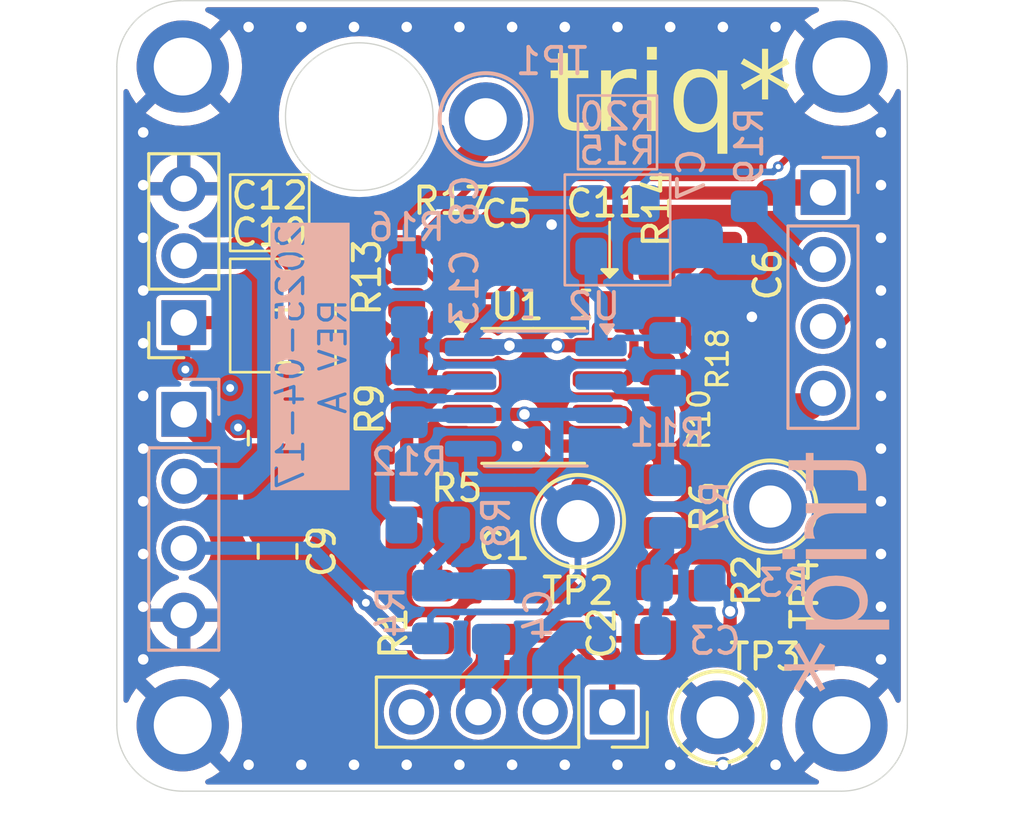
<source format=kicad_pcb>
(kicad_pcb (version 20240108) (generator "pcbnew") (generator_version "8.0")
  (layers (0 "F.Cu" signal) (1 "In1.Cu" power) (2 "In2.Cu" mixed) (31 "B.Cu" signal) (34 "B.Paste" user) (35 "F.Paste" user) (36 "B.SilkS" user "B.Silkscreen") (37 "F.SilkS" user "F.Silkscreen") (38 "B.Mask" user) (39 "F.Mask" user) (44 "Edge.Cuts" user))
  (net 0 "")
  (net 1 "+2V5")
  (net 2 "GND")
  (net 3 "+5VA")
  (net 4 "QPD_2")
  (net 5 "QPD_4")
  (net 6 "QPD_3")
  (net 7 "QPD_1")
  (net 8 "/HPF_1")
  (net 9 "/HPF_4")
  (net 10 "ADC_1")
  (net 11 "0V5")
  (net 12 "/HPF_2")
  (net 13 "/HPF_3")
  (net 14 "/LPF_1")
  (net 15 "/LPF_4")
  (net 16 "ADC_2")
  (net 17 "/LPF_2")
  (net 18 "Net-(R11-Pad2)")
  (net 19 "ADC_4")
  (net 20 "ADC_3")
  (net 21 "/LPF_3")
  (net 22 "Net-(U1A--)")
  (net 23 "Net-(U1B--)")
  (net 24 "Net-(U2A--)")
  (net 25 "+5V")
  (net 26 "Net-(U2B--)")
  (net 27 "Net-(R13-Pad1)")
  (net 28 "Net-(R10-Pad2)")
  (net 29 "Net-(R12-Pad2)")
  (footprint "TestPoint:TestPoint_Keystone_5005-5009_Compact" (layer "F.Cu") (at 99.8 64.2)
    (property "Reference" "TP4" (at 1.3 3.3 90) (layer "F.SilkS"))
    (property "Value" "5V0")
    (pad "1" thru_hole circle (at 0 0) (size 2.8 2.8) (drill 1.6) (layers "*.Cu" "*.Mask") (net 3 "+5VA"))
  )
  (footprint "custom_fp:C_0805_2012Metric_Pad1.18x1.45mm_HandSolder_no_silk" (layer "F.Cu") (at 98 55.4 -90)
    (property "Reference" "C6" (at 0 -1.7 -90) (layer "F.SilkS"))
    (property "Value" "10n")
    (pad "1" smd roundrect (at -1.0375 0 270) (size 1.175 1.45) (layers "F.Cu" "F.Paste" "F.Mask") (roundrect_rratio 0.212766) (net 15 "/LPF_4"))
    (pad "2" smd roundrect (at 1.0375 0 270) (size 1.175 1.45) (layers "F.Cu" "F.Paste" "F.Mask") (roundrect_rratio 0.212766) (net 2 "GND"))
  )
  (footprint "custom_fp:R_0805_2012Metric_Pad1.20x1.40mm_HandSolder_nosilk" (layer "F.Cu") (at 97.25 68.2 90)
    (property "Reference" "R2" (at 1.2 1.65 90) (layer "F.SilkS"))
    (property "Value" "100k")
    (pad "1" smd roundrect (at -1 0 90) (size 1.2 1.4) (layers "F.Cu" "F.Paste" "F.Mask") (roundrect_rratio 0.208333) (net 11 "0V5"))
    (pad "2" smd roundrect (at 1 0 90) (size 1.2 1.4) (layers "F.Cu" "F.Paste" "F.Mask") (roundrect_rratio 0.208333) (net 9 "/HPF_4"))
  )
  (footprint "MountingHole:MountingHole_2.2mm_M2_ISO7380_Pad" (layer "F.Cu") (at 77.5 47.5)
    (property "Reference" "H1" (hide yes))
    (property "Value" "MountingHole_Pad")
    (pad "1" thru_hole circle (at 0 0) (size 3.5 3.5) (drill 2.2) (layers "*.Cu" "*.Mask") (net 2 "GND"))
  )
  (footprint "custom_fp:C_0805_2012Metric_Pad1.18x1.45mm_HandSolder_no_silk" (layer "F.Cu") (at 90.9 54.7)
    (property "Reference" "C5" (at -1.1 -1.6 0) (layer "F.SilkS"))
    (property "Value" "10n")
    (pad "1" smd roundrect (at -1.0375 0) (size 1.175 1.45) (layers "F.Cu" "F.Paste" "F.Mask") (roundrect_rratio 0.212766) (net 14 "/LPF_1"))
    (pad "2" smd roundrect (at 1.0375 0) (size 1.175 1.45) (layers "F.Cu" "F.Paste" "F.Mask") (roundrect_rratio 0.212766) (net 2 "GND"))
  )
  (footprint "Package_SO:SOIC-8_3.9x4.9mm_P1.27mm" (layer "F.Cu") (at 90.8 60)
    (property "Reference" "U1" (at -0.6 -3.4 0) (layer "F.SilkS"))
    (property "Value" "TL072")
    (pad "1" smd roundrect (at -2.475 -1.905) (size 1.95 0.6) (layers "F.Cu" "F.Paste" "F.Mask") (net 27 "Net-(R13-Pad1)"))
    (pad "2" smd roundrect (at -2.475 -0.635) (size 1.95 0.6) (layers "F.Cu" "F.Paste" "F.Mask") (net 22 "Net-(U1A--)"))
    (pad "3" smd roundrect (at -2.475 0.635) (size 1.95 0.6) (layers "F.Cu" "F.Paste" "F.Mask") (net 11 "0V5"))
    (pad "4" smd roundrect (at -2.475 1.905) (size 1.95 0.6) (layers "F.Cu" "F.Paste" "F.Mask") (net 2 "GND"))
    (pad "5" smd roundrect (at 2.475 1.905) (size 1.95 0.6) (layers "F.Cu" "F.Paste" "F.Mask") (net 11 "0V5"))
    (pad "6" smd roundrect (at 2.475 0.635) (size 1.95 0.6) (layers "F.Cu" "F.Paste" "F.Mask") (net 23 "Net-(U1B--)"))
    (pad "7" smd roundrect (at 2.475 -0.635) (size 1.95 0.6) (layers "F.Cu" "F.Paste" "F.Mask") (net 28 "Net-(R10-Pad2)"))
    (pad "8" smd roundrect (at 2.475 -1.905) (size 1.95 0.6) (layers "F.Cu" "F.Paste" "F.Mask") (net 3 "+5VA"))
  )
  (footprint "custom_fp:R_0805_2012Metric_Pad1.20x1.40mm_HandSolder_nosilk" (layer "F.Cu") (at 95.5 56.1 90)
    (property "Reference" "R14" (at 3.2 0 90) (layer "F.SilkS"))
    (property "Value" "330")
    (pad "1" smd roundrect (at -1 0 90) (size 1.2 1.4) (layers "F.Cu" "F.Paste" "F.Mask") (roundrect_rratio 0.208333) (net 28 "Net-(R10-Pad2)"))
    (pad "2" smd roundrect (at 1 0 90) (size 1.2 1.4) (layers "F.Cu" "F.Paste" "F.Mask") (roundrect_rratio 0.208333) (net 15 "/LPF_4"))
  )
  (footprint "custom_fp:R_0805_2012Metric_Pad1.20x1.40mm_HandSolder_nosilk" (layer "F.Cu") (at 86 55.5 90)
    (property "Reference" "R13" (at 0 -1.5 -90) (layer "F.SilkS"))
    (property "Value" "330")
    (pad "1" smd roundrect (at -1 0 90) (size 1.2 1.4) (layers "F.Cu" "F.Paste" "F.Mask") (roundrect_rratio 0.208333) (net 27 "Net-(R13-Pad1)"))
    (pad "2" smd roundrect (at 1 0 90) (size 1.2 1.4) (layers "F.Cu" "F.Paste" "F.Mask") (roundrect_rratio 0.208333) (net 14 "/LPF_1"))
  )
  (footprint "TestPoint:TestPoint_Keystone_5005-5009_Compact" (layer "F.Cu") (at 92.5 64.75)
    (property "Reference" "TP2" (at 0 2.65 0) (layer "F.SilkS"))
    (property "Value" "0V5")
    (pad "1" thru_hole circle (at 0 0) (size 2.8 2.8) (drill 1.6) (layers "*.Cu" "*.Mask") (net 11 "0V5"))
  )
  (footprint "custom_fp:R_0805_2012Metric_Pad1.20x1.40mm_HandSolder_nosilk" (layer "F.Cu") (at 85.9 64.4 90)
    (property "Reference" "R5" (at 0.9 2 180) (layer "F.SilkS"))
    (property "Value" "1k")
    (pad "1" smd roundrect (at -1 0 90) (size 1.2 1.4) (layers "F.Cu" "F.Paste" "F.Mask") (roundrect_rratio 0.208333) (net 8 "/HPF_1"))
    (pad "2" smd roundrect (at 1 0 90) (size 1.2 1.4) (layers "F.Cu" "F.Paste" "F.Mask") (roundrect_rratio 0.208333) (net 22 "Net-(U1A--)"))
  )
  (footprint "Capacitor_SMD:C_0805_2012Metric_Pad1.18x1.45mm_HandSolder" (layer "F.Cu") (at 81.3 56)
    (property "Reference" "C12" (at -0.5 -3.6 180) (layer "F.SilkS"))
    (property "Value" "10u")
    (pad "1" smd roundrect (at -1.0375 0) (size 1.175 1.45) (layers "F.Cu" "F.Paste" "F.Mask") (roundrect_rratio 0.212766) (net 3 "+5VA"))
    (pad "2" smd roundrect (at 1.0375 0) (size 1.175 1.45) (layers "F.Cu" "F.Paste" "F.Mask") (roundrect_rratio 0.212766) (net 2 "GND"))
  )
  (footprint "Capacitor_SMD:C_0603_1608Metric_Pad1.08x0.95mm_HandSolder" (layer "F.Cu") (at 92.8 56.5 180)
    (property "Reference" "C11" (at -0.7 3.8 0) (layer "F.SilkS"))
    (property "Value" "100n")
    (pad "1" smd roundrect (at -0.8625 0 180) (size 1.075 0.95) (layers "F.Cu" "F.Paste" "F.Mask") (net 3 "+5VA"))
    (pad "2" smd roundrect (at 0.8625 0 180) (size 1.075 0.95) (layers "F.Cu" "F.Paste" "F.Mask") (net 2 "GND"))
  )
  (footprint "custom_fp:R_0805_2012Metric_Pad1.20x1.40mm_HandSolder_nosilk" (layer "F.Cu") (at 95.5 60 90)
    (property "Reference" "R10" (at -0.9 1.6 90) (layer "F.SilkS") (effects (font (size 0.8 0.8) (thickness 0.12))))
    (property "Value" "10k")
    (pad "1" smd roundrect (at -1 0 90) (size 1.2 1.4) (layers "F.Cu" "F.Paste" "F.Mask") (roundrect_rratio 0.208333) (net 23 "Net-(U1B--)"))
    (pad "2" smd roundrect (at 1 0 90) (size 1.2 1.4) (layers "F.Cu" "F.Paste" "F.Mask") (roundrect_rratio 0.208333) (net 28 "Net-(R10-Pad2)"))
  )
  (footprint "Connector_PinSocket_2.54mm:PinSocket_1x03_P2.54mm_Vertical" (layer "F.Cu") (at 77.54 57.22 180)
    (property "Reference" "J4" (hide yes))
    (property "Value" "QPD_POWER")
    (pad "1" thru_hole rect (at 0 0 180) (size 1.7 1.7) (drill 1) (layers "*.Cu" "*.Mask") (net 3 "+5VA"))
    (pad "2" thru_hole oval (at 0 2.54 180) (size 1.7 1.7) (drill 1) (layers "*.Cu" "*.Mask") (net 1 "+2V5"))
    (pad "3" thru_hole oval (at 0 5.08 180) (size 1.7 1.7) (drill 1) (layers "*.Cu" "*.Mask") (net 2 "GND"))
  )
  (footprint "MountingHole:MountingHole_2.2mm_M2_ISO7380_Pad" (layer "F.Cu") (at 102.5 47.5)
    (property "Reference" "H2" (hide yes))
    (property "Value" "MountingHole_Pad")
    (pad "1" thru_hole circle (at 0 0) (size 3.5 3.5) (drill 2.2) (layers "*.Cu" "*.Mask") (net 2 "GND"))
  )
  (footprint "custom_fp:R_0805_2012Metric_Pad1.20x1.40mm_HandSolder_nosilk" (layer "F.Cu") (at 87.9 55.2 90)
    (property "Reference" "R17" (at 2.6 -0.2 180) (layer "F.SilkS"))
    (property "Value" "680")
    (pad "1" smd roundrect (at -1 0 90) (size 1.2 1.4) (layers "F.Cu" "F.Paste" "F.Mask") (roundrect_rratio 0.208333) (net 14 "/LPF_1"))
    (pad "2" smd roundrect (at 1 0 90) (size 1.2 1.4) (layers "F.Cu" "F.Paste" "F.Mask") (roundrect_rratio 0.208333) (net 10 "ADC_1"))
  )
  (footprint "MountingHole:MountingHole_2.2mm_M2_ISO7380_Pad" (layer "F.Cu") (at 102.5 72.5)
    (property "Reference" "H4" (hide yes))
    (property "Value" "MountingHole_Pad")
    (pad "1" thru_hole circle (at 0 0) (size 3.5 3.5) (drill 2.2) (layers "*.Cu" "*.Mask") (net 2 "GND"))
  )
  (footprint "custom_fp:C_0805_2012Metric_Pad1.18x1.45mm_HandSolder_no_silk" (layer "F.Cu") (at 95 68.2 90)
    (property "Reference" "C2" (at -0.8 -1.6 90) (layer "F.SilkS"))
    (property "Value" "1u")
    (pad "1" smd roundrect (at -1.0375 0 90) (size 1.175 1.45) (layers "F.Cu" "F.Paste" "F.Mask") (roundrect_rratio 0.212766) (net 5 "QPD_4"))
    (pad "2" smd roundrect (at 1.0375 0 90) (size 1.175 1.45) (layers "F.Cu" "F.Paste" "F.Mask") (roundrect_rratio 0.212766) (net 9 "/HPF_4"))
  )
  (footprint "custom_fp:R_0805_2012Metric_Pad1.20x1.40mm_HandSolder_nosilk" (layer "F.Cu") (at 95.6 64.2 90)
    (property "Reference" "R6" (at 0 1.7 90) (layer "F.SilkS"))
    (property "Value" "1k")
    (pad "1" smd roundrect (at -1 0 90) (size 1.2 1.4) (layers "F.Cu" "F.Paste" "F.Mask") (roundrect_rratio 0.208333) (net 9 "/HPF_4"))
    (pad "2" smd roundrect (at 1 0 90) (size 1.2 1.4) (layers "F.Cu" "F.Paste" "F.Mask") (roundrect_rratio 0.208333) (net 23 "Net-(U1B--)"))
  )
  (footprint "custom_fp:R_0805_2012Metric_Pad1.20x1.40mm_HandSolder_nosilk" (layer "F.Cu") (at 86.1 59.3 90)
    (property "Reference" "R9" (at -1.2 -1.5 90) (layer "F.SilkS"))
    (property "Value" "10k")
    (pad "1" smd roundrect (at -1 0 90) (size 1.2 1.4) (layers "F.Cu" "F.Paste" "F.Mask") (roundrect_rratio 0.208333) (net 22 "Net-(U1A--)"))
    (pad "2" smd roundrect (at 1 0 90) (size 1.2 1.4) (layers "F.Cu" "F.Paste" "F.Mask") (roundrect_rratio 0.208333) (net 27 "Net-(R13-Pad1)"))
  )
  (footprint "Capacitor_SMD:C_0805_2012Metric_Pad1.18x1.45mm_HandSolder" (layer "F.Cu") (at 81.3 58)
    (property "Reference" "C10" (at -0.5 -4.2 180) (layer "F.SilkS"))
    (property "Value" "10u")
    (pad "1" smd roundrect (at -1.0375 0) (size 1.175 1.45) (layers "F.Cu" "F.Paste" "F.Mask") (roundrect_rratio 0.212766) (net 3 "+5VA"))
    (pad "2" smd roundrect (at 1.0375 0) (size 1.175 1.45) (layers "F.Cu" "F.Paste" "F.Mask") (roundrect_rratio 0.212766) (net 2 "GND"))
  )
  (footprint "custom_fp:R_0805_2012Metric_Pad1.20x1.40mm_HandSolder_nosilk" (layer "F.Cu") (at 87.1 68.2 90)
    (property "Reference" "R1" (at -0.8 -1.6 -90) (layer "F.SilkS"))
    (property "Value" "100k")
    (pad "1" smd roundrect (at -1 0 90) (size 1.2 1.4) (layers "F.Cu" "F.Paste" "F.Mask") (roundrect_rratio 0.208333) (net 11 "0V5"))
    (pad "2" smd roundrect (at 1 0 90) (size 1.2 1.4) (layers "F.Cu" "F.Paste" "F.Mask") (roundrect_rratio 0.208333) (net 8 "/HPF_1"))
  )
  (footprint "MountingHole:MountingHole_2.2mm_M2_ISO7380_Pad" (layer "F.Cu") (at 77.5 72.5)
    (property "Reference" "H3" (hide yes))
    (property "Value" "MountingHole_Pad")
    (pad "1" thru_hole circle (at 0 0) (size 3.5 3.5) (drill 2.2) (layers "*.Cu" "*.Mask") (net 2 "GND"))
  )
  (footprint "Inductor_SMD:L_1008_2520Metric_Pad1.43x2.20mm_HandSolder" (layer "F.Cu") (at 81.1 61.6 90)
    (property "Reference" "L1" (at 0 2.1 90) (layer "F.SilkS"))
    (property "Value" "4u7")
    (pad "1" smd roundrect (at -1.1625 0 90) (size 1.425 2.2) (layers "F.Cu" "F.Paste" "F.Mask") (roundrect_rratio 0.175439) (net 25 "+5V"))
    (pad "2" smd roundrect (at 1.1625 0 90) (size 1.425 2.2) (layers "F.Cu" "F.Paste" "F.Mask") (roundrect_rratio 0.175439) (net 3 "+5VA"))
  )
  (footprint "custom_fp:R_0805_2012Metric_Pad1.20x1.40mm_HandSolder_nosilk" (layer "F.Cu") (at 99.3 59.4 -90)
    (property "Reference" "R18" (at -0.8 1.5 -90) (layer "F.SilkS") (effects (font (size 0.8 0.8) (thickness 0.12))))
    (property "Value" "680")
    (pad "1" smd roundrect (at -1 0 270) (size 1.2 1.4) (layers "F.Cu" "F.Paste" "F.Mask") (roundrect_rratio 0.208333) (net 15 "/LPF_4"))
    (pad "2" smd roundrect (at 1 0 270) (size 1.2 1.4) (layers "F.Cu" "F.Paste" "F.Mask") (roundrect_rratio 0.208333) (net 19 "ADC_4"))
  )
  (footprint "Capacitor_SMD:C_0805_2012Metric_Pad1.18x1.45mm_HandSolder" (layer "F.Cu") (at 81.1 65.9 -90)
    (property "Reference" "C9" (at 0 -1.68 90) (layer "F.SilkS"))
    (property "Value" "10u")
    (pad "1" smd roundrect (at -1.0375 0 270) (size 1.175 1.45) (layers "F.Cu" "F.Paste" "F.Mask") (roundrect_rratio 0.212766) (net 25 "+5V"))
    (pad "2" smd roundrect (at 1.0375 0 270) (size 1.175 1.45) (layers "F.Cu" "F.Paste" "F.Mask") (roundrect_rratio 0.212766) (net 2 "GND"))
  )
  (footprint "TestPoint:TestPoint_Keystone_5005-5009_Compact" (layer "F.Cu") (at 97.8 72.2)
    (property "Reference" "TP3" (at 1.8 -2.3 0) (layer "F.SilkS"))
    (property "Value" "GND")
    (pad "1" thru_hole circle (at 0 0) (size 2.8 2.8) (drill 1.6) (layers "*.Cu" "*.Mask") (net 2 "GND"))
  )
  (footprint "custom_fp:C_0805_2012Metric_Pad1.18x1.45mm_HandSolder_no_silk" (layer "F.Cu") (at 89.7 68.2 90)
    (property "Reference" "C1" (at 2.5 0 180) (layer "F.SilkS"))
    (property "Value" "1u")
    (pad "1" smd roundrect (at -1.0375 0 90) (size 1.175 1.45) (layers "F.Cu" "F.Paste" "F.Mask") (roundrect_rratio 0.212766) (net 7 "QPD_1"))
    (pad "2" smd roundrect (at 1.0375 0 90) (size 1.175 1.45) (layers "F.Cu" "F.Paste" "F.Mask") (roundrect_rratio 0.212766) (net 8 "/HPF_1"))
  )
  (footprint "Connector_PinSocket_2.54mm:PinSocket_1x04_P2.54mm_Vertical" (layer "F.Cu") (at 93.8 72 -90)
    (property "Reference" "J3" (hide yes))
    (property "Value" "QPD_SIG")
    (pad "1" thru_hole rect (at 0 0 270) (size 1.7 1.7) (drill 1) (layers "*.Cu" "*.Mask") (net 7 "QPD_1"))
    (pad "2" thru_hole oval (at 0 2.54 270) (size 1.7 1.7) (drill 1) (layers "*.Cu" "*.Mask") (net 4 "QPD_2"))
    (pad "3" thru_hole oval (at 0 5.08 270) (size 1.7 1.7) (drill 1) (layers "*.Cu" "*.Mask") (net 6 "QPD_3"))
    (pad "4" thru_hole oval (at 0 7.62 270) (size 1.7 1.7) (drill 1) (layers "*.Cu" "*.Mask") (net 5 "QPD_4"))
  )
  (footprint "Connector_PinHeader_2.54mm:PinHeader_1x04_P2.54mm_Vertical" (layer "B.Cu") (at 101.8 52.28 180)
    (property "Reference" "J2" (hide yes))
    (property "Value" "SIG_OUT")
    (pad "1" thru_hole rect (at 0 0 180) (size 1.7 1.7) (drill 1) (layers "*.Cu" "*.Mask") (net 10 "ADC_1"))
    (pad "2" thru_hole oval (at 0 -2.54 180) (size 1.7 1.7) (drill 1) (layers "*.Cu" "*.Mask") (net 16 "ADC_2"))
    (pad "3" thru_hole oval (at 0 -5.08 180) (size 1.7 1.7) (drill 1) (layers "*.Cu" "*.Mask") (net 20 "ADC_3"))
    (pad "4" thru_hole oval (at 0 -7.62 180) (size 1.7 1.7) (drill 1) (layers "*.Cu" "*.Mask") (net 19 "ADC_4"))
  )
  (footprint "custom_fp:C_0805_2012Metric_Pad1.18x1.45mm_HandSolder_no_silk" (layer "B.Cu") (at 94.4 69.1)
    (property "Reference" "C3" (at 3.3 0.2 0) (layer "B.SilkS") (effects (justify mirror)))
    (property "Value" "1u")
    (pad "1" smd roundrect (at -1.0375 0) (size 1.175 1.45) (layers "B.Cu" "B.Paste" "B.Mask") (roundrect_rratio 0.212766) (net 4 "QPD_2"))
    (pad "2" smd roundrect (at 1.0375 0) (size 1.175 1.45) (layers "B.Cu" "B.Paste" "B.Mask") (roundrect_rratio 0.212766) (net 12 "/HPF_2"))
  )
  (footprint "custom_fp:C_0805_2012Metric_Pad1.18x1.45mm_HandSolder_no_silk" (layer "B.Cu") (at 89.2 68.2 90)
    (property "Reference" "C4" (at -0.1 1.8 90) (layer "B.SilkS") (effects (justify mirror)))
    (property "Value" "1u")
    (pad "1" smd roundrect (at -1.0375 0 90) (size 1.175 1.45) (layers "B.Cu" "B.Paste" "B.Mask") (roundrect_rratio 0.212766) (net 6 "QPD_3"))
    (pad "2" smd roundrect (at 1.0375 0 90) (size 1.175 1.45) (layers "B.Cu" "B.Paste" "B.Mask") (roundrect_rratio 0.212766) (net 13 "/HPF_3"))
  )
  (footprint "custom_fp:R_0805_2012Metric_Pad1.20x1.40mm_HandSolder_nosilk" (layer "B.Cu") (at 96.5 67.1 180)
    (property "Reference" "R3" (at -3.8 0 180) (layer "B.SilkS") (effects (justify mirror)))
    (property "Value" "100k")
    (pad "1" smd roundrect (at -1 0 180) (size 1.2 1.4) (layers "B.Cu" "B.Paste" "B.Mask") (roundrect_rratio 0.208333) (net 11 "0V5"))
    (pad "2" smd roundrect (at 1 0 180) (size 1.2 1.4) (layers "B.Cu" "B.Paste" "B.Mask") (roundrect_rratio 0.208333) (net 12 "/HPF_2"))
  )
  (footprint "custom_fp:C_0805_2012Metric_Pad1.18x1.45mm_HandSolder_no_silk" (layer "B.Cu") (at 96.9 54.9 -90)
    (property "Reference" "C7" (at -3.3 0.1 -90) (layer "B.SilkS") (effects (justify mirror)))
    (property "Value" "10n")
    (pad "1" smd roundrect (at -1.0375 0 270) (size 1.175 1.45) (layers "B.Cu" "B.Paste" "B.Mask") (roundrect_rratio 0.212766) (net 17 "/LPF_2"))
    (pad "2" smd roundrect (at 1.0375 0 270) (size 1.175 1.45) (layers "B.Cu" "B.Paste" "B.Mask") (roundrect_rratio 0.212766) (net 2 "GND"))
  )
  (footprint "TestPoint:TestPoint_Keystone_5005-5009_Compact" (layer "B.Cu") (at 89 49.5 180)
    (property "Reference" "TP1" (at -2.5 2.2 180) (layer "B.SilkS") (effects (justify mirror)))
    (property "Value" "2V5")
    (pad "1" thru_hole circle (at 0 0 180) (size 2.8 2.8) (drill 1.6) (layers "*.Cu" "*.Mask") (net 1 "+2V5"))
  )
  (footprint "custom_fp:R_0805_2012Metric_Pad1.20x1.40mm_HandSolder_nosilk" (layer "B.Cu") (at 86.1 56.2 90)
    (property "Reference" "R16" (at 2.6 -0.1 180) (layer "B.SilkS") (effects (justify mirror)))
    (property "Value" "330")
    (pad "1" smd roundrect (at -1 0 90) (size 1.2 1.4) (layers "B.Cu" "B.Paste" "B.Mask") (roundrect_rratio 0.208333) (net 29 "Net-(R12-Pad2)"))
    (pad "2" smd roundrect (at 1 0 90) (size 1.2 1.4) (layers "B.Cu" "B.Paste" "B.Mask") (roundrect_rratio 0.208333) (net 21 "/LPF_3"))
  )
  (footprint "custom_fp:R_0805_2012Metric_Pad1.20x1.40mm_HandSolder_nosilk" (layer "B.Cu") (at 94 54.7)
    (property "Reference" "R15" (at 0 -4 0) (layer "B.SilkS") (effects (justify mirror)))
    (property "Value" "330")
    (pad "1" smd roundrect (at -1 0) (size 1.2 1.4) (layers "B.Cu" "B.Paste" "B.Mask") (roundrect_rratio 0.208333) (net 18 "Net-(R11-Pad2)"))
    (pad "2" smd roundrect (at 1 0) (size 1.2 1.4) (layers "B.Cu" "B.Paste" "B.Mask") (roundrect_rratio 0.208333) (net 17 "/LPF_2"))
  )
  (footprint "custom_fp:R_0805_2012Metric_Pad1.20x1.40mm_HandSolder_nosilk" (layer "B.Cu") (at 86.8 64.9 180)
    (property "Reference" "R8" (at -2.6 0.1 90) (layer "B.SilkS") (effects (justify mirror)))
    (property "Value" "1k")
    (pad "1" smd roundrect (at -1 0 180) (size 1.2 1.4) (layers "B.Cu" "B.Paste" "B.Mask") (roundrect_rratio 0.208333) (net 13 "/HPF_3"))
    (pad "2" smd roundrect (at 1 0 180) (size 1.2 1.4) (layers "B.Cu" "B.Paste" "B.Mask") (roundrect_rratio 0.208333) (net 26 "Net-(U2B--)"))
  )
  (footprint "custom_fp:R_0805_2012Metric_Pad1.20x1.40mm_HandSolder_nosilk" (layer "B.Cu") (at 86.9 68.2 90)
    (property "Reference" "R4" (at 0 -1.5 90) (layer "B.SilkS") (effects (justify mirror)))
    (property "Value" "100k")
    (pad "1" smd roundrect (at -1 0 90) (size 1.2 1.4) (layers "B.Cu" "B.Paste" "B.Mask") (roundrect_rratio 0.208333) (net 11 "0V5"))
    (pad "2" smd roundrect (at 1 0 90) (size 1.2 1.4) (layers "B.Cu" "B.Paste" "B.Mask") (roundrect_rratio 0.208333) (net 13 "/HPF_3"))
  )
  (footprint "Package_SO:SOIC-8_3.9x4.9mm_P1.27mm" (layer "B.Cu") (at 90.9 60.1 180)
    (property "Reference" "U2" (at -2.2 3.5 0) (layer "B.SilkS") (effects (justify mirror)))
    (property "Value" "TL072")
    (pad "1" smd roundrect (at -2.475 1.905 180) (size 1.95 0.6) (layers "B.Cu" "B.Paste" "B.Mask") (net 18 "Net-(R11-Pad2)"))
    (pad "2" smd roundrect (at -2.475 0.635 180) (size 1.95 0.6) (layers "B.Cu" "B.Paste" "B.Mask") (net 24 "Net-(U2A--)"))
    (pad "3" smd roundrect (at -2.475 -0.635 180) (size 1.95 0.6) (layers "B.Cu" "B.Paste" "B.Mask") (net 11 "0V5"))
    (pad "4" smd roundrect (at -2.475 -1.905 180) (size 1.95 0.6) (layers "B.Cu" "B.Paste" "B.Mask") (net 2 "GND"))
    (pad "5" smd roundrect (at 2.475 -1.905 180) (size 1.95 0.6) (layers "B.Cu" "B.Paste" "B.Mask") (net 11 "0V5"))
    (pad "6" smd roundrect (at 2.475 -0.635 180) (size 1.95 0.6) (layers "B.Cu" "B.Paste" "B.Mask") (net 26 "Net-(U2B--)"))
    (pad "7" smd roundrect (at 2.475 0.635 180) (size 1.95 0.6) (layers "B.Cu" "B.Paste" "B.Mask") (net 29 "Net-(R12-Pad2)"))
    (pad "8" smd roundrect (at 2.475 1.905 180) (size 1.95 0.6) (layers "B.Cu" "B.Paste" "B.Mask") (net 3 "+5VA"))
  )
  (footprint "custom_fp:R_0805_2012Metric_Pad1.20x1.40mm_HandSolder_nosilk" (layer "B.Cu") (at 95.9 58.8 90)
    (property "Reference" "R11" (at -2.6 0 0) (layer "B.SilkS") (effects (justify mirror)))
    (property "Value" "10k")
    (pad "1" smd roundrect (at -1 0 90) (size 1.2 1.4) (layers "B.Cu" "B.Paste" "B.Mask") (roundrect_rratio 0.208333) (net 24 "Net-(U2A--)"))
    (pad "2" smd roundrect (at 1 0 90) (size 1.2 1.4) (layers "B.Cu" "B.Paste" "B.Mask") (roundrect_rratio 0.208333) (net 18 "Net-(R11-Pad2)"))
  )
  (footprint "Connector_PinHeader_2.54mm:PinHeader_1x04_P2.54mm_Vertical" (layer "B.Cu") (at 77.54 60.7 180)
    (property "Reference" "J1" (hide yes))
    (property "Value" "PWR_IN")
    (pad "1" thru_hole rect (at 0 0 180) (size 1.7 1.7) (drill 1) (layers "*.Cu" "*.Mask") (net 25 "+5V"))
    (pad "2" thru_hole oval (at 0 -2.54 180) (size 1.7 1.7) (drill 1) (layers "*.Cu" "*.Mask") (net 1 "+2V5"))
    (pad "3" thru_hole oval (at 0 -5.08 180) (size 1.7 1.7) (drill 1) (layers "*.Cu" "*.Mask") (net 11 "0V5"))
    (pad "4" thru_hole oval (at 0 -7.62 180) (size 1.7 1.7) (drill 1) (layers "*.Cu" "*.Mask") (net 2 "GND"))
  )
  (footprint "custom_fp:R_0805_2012Metric_Pad1.20x1.40mm_HandSolder_nosilk" (layer "B.Cu") (at 99 53.8 90)
    (property "Reference" "R19" (at 3.3 0 90) (layer "B.SilkS") (effects (justify mirror)))
    (property "Value" "680")
    (pad "1" smd roundrect (at -1 0 90) (size 1.2 1.4) (layers "B.Cu" "B.Paste" "B.Mask") (roundrect_rratio 0.208333) (net 17 "/LPF_2"))
    (pad "2" smd roundrect (at 1 0 90) (size 1.2 1.4) (layers "B.Cu" "B.Paste" "B.Mask") (roundrect_rratio 0.208333) (net 16 "ADC_2"))
  )
  (footprint "custom_fp:R_0805_2012Metric_Pad1.20x1.40mm_HandSolder_nosilk" (layer "B.Cu") (at 94 52.7)
    (property "Reference" "R20" (at 0 -3.3 0) (layer "B.SilkS") (effects (justify mirror)))
    (property "Value" "680")
    (pad "1" smd roundrect (at -1 0) (size 1.2 1.4) (layers "B.Cu" "B.Paste" "B.Mask") (roundrect_rratio 0.208333) (net 21 "/LPF_3"))
    (pad "2" smd roundrect (at 1 0) (size 1.2 1.4) (layers "B.Cu" "B.Paste" "B.Mask") (roundrect_rratio 0.208333) (net 20 "ADC_3"))
  )
  (footprint "custom_fp:R_0805_2012Metric_Pad1.20x1.40mm_HandSolder_nosilk" (layer "B.Cu") (at 86.1 60 90)
    (property "Reference" "R12" (at -2.5 0 0) (layer "B.SilkS") (effects (justify mirror)))
    (property "Value" "10k")
    (pad "1" smd roundrect (at -1 0 90) (size 1.2 1.4) (layers "B.Cu" "B.Paste" "B.Mask") (roundrect_rratio 0.208333) (net 26 "Net-(U2B--)"))
    (pad "2" smd roundrect (at 1 0 90) (size 1.2 1.4) (layers "B.Cu" "B.Paste" "B.Mask") (roundrect_rratio 0.208333) (net 29 "Net-(R12-Pad2)"))
  )
  (footprint "custom_fp:C_0805_2012Metric_Pad1.18x1.45mm_HandSolder_no_silk" (layer "B.Cu") (at 89.9 53.7 -90)
    (property "Reference" "C8" (at -1.1 1.7 90) (layer "B.SilkS") (effects (justify mirror)))
    (property "Value" "10n")
    (pad "1" smd roundrect (at -1.0375 0 270) (size 1.175 1.45) (layers "B.Cu" "B.Paste" "B.Mask") (roundrect_rratio 0.212766) (net 21 "/LPF_3"))
    (pad "2" smd roundrect (at 1.0375 0 270) (size 1.175 1.45) (layers "B.Cu" "B.Paste" "B.Mask") (roundrect_rratio 0.212766) (net 2 "GND"))
  )
  (footprint "Capacitor_SMD:C_0603_1608Metric_Pad1.08x0.95mm_HandSolder" (layer "B.Cu") (at 90.6 56.5)
    (property "Reference" "C13" (at -2.4 -0.6 90) (layer "B.SilkS") (effects (justify mirror)))
    (property "Value" "100n")
    (pad "1" smd roundrect (at -0.8625 0) (size 1.075 0.95) (layers "B.Cu" "B.Paste" "B.Mask") (net 3 "+5VA"))
    (pad "2" smd roundrect (at 0.8625 0) (size 1.075 0.95) (layers "B.Cu" "B.Paste" "B.Mask") (net 2 "GND"))
  )
  (footprint "custom_fp:R_0805_2012Metric_Pad1.20x1.40mm_HandSolder_nosilk" (layer "B.Cu") (at 95.9 64.2 90)
    (property "Reference" "R7" (at 0 1.8 -90) (layer "B.SilkS") (effects (justify mirror)))
    (property "Value" "1k")
    (pad "1" smd roundrect (at -1 0 90) (size 1.2 1.4) (layers "B.Cu" "B.Paste" "B.Mask") (roundrect_rratio 0.208333) (net 12 "/HPF_2"))
    (pad "2" smd roundrect (at 1 0 90) (size 1.2 1.4) (layers "B.Cu" "B.Paste" "B.Mask") (roundrect_rratio 0.208333) (net 24 "Net-(U2A--)"))
  )
  (gr_rect (start 92.5 48.6) (end 95.5 51.4) (stroke (width 0.1)) (fill none) (layer "B.SilkS"))
  (gr_rect (start 92 51.6) (end 96 55.8) (stroke (width 0.1)) (fill none) (layer "B.SilkS"))
  (gr_rect (start 79.3 51.6) (end 82.3 54.5) (stroke (width 0.1)) (fill none) (layer "F.SilkS"))
  (gr_rect (start 79.3 54.8) (end 83.3 59.1) (stroke (width 0.1)) (fill none) (layer "F.SilkS"))
  (gr_line (start 93.7 53.4) (end 93.7 55.5) (stroke (width 0.1)) (layer "F.SilkS"))
  (gr_poly (pts (xy 93.7 55.5) (xy 93.4 55.2) (xy 94 55.2)) (stroke (width 0.1)) (fill solid) (layer "F.SilkS"))
  (gr_line (start 105 72.5) (end 105 47.5) (stroke (width 0.05)) (layer "Edge.Cuts"))
  (gr_circle (center 84.2 49.4) (end 87 49.4) (stroke (width 0.05)) (fill none) (layer "Edge.Cuts"))
  (gr_arc (start 105 72.5) (mid 104.267767 74.267767) (end 102.5 75) (stroke (width 0.05)) (layer "Edge.Cuts"))
  (gr_line (start 75 47.5) (end 75 72.5) (stroke (width 0.05)) (layer "Edge.Cuts"))
  (gr_arc (start 75 47.5) (mid 75.732233 45.732233) (end 77.5 45) (stroke (width 0.05)) (layer "Edge.Cuts"))
  (gr_line (start 102.5 45) (end 77.5 45) (stroke (width 0.05)) (layer "Edge.Cuts"))
  (gr_arc (start 77.5 75) (mid 75.732233 74.267767) (end 75 72.5) (stroke (width 0.05)) (layer "Edge.Cuts"))
  (gr_arc (start 102.5 45) (mid 104.267767 45.732233) (end 105 47.5) (stroke (width 0.05)) (layer "Edge.Cuts"))
  (gr_line (start 77.5 75) (end 102.5 75) (stroke (width 0.05)) (layer "Edge.Cuts"))
  (gr_text "triq*" (at 102.2 66.7 90) (layer "B.SilkS") (effects (font (size 3 3) (thickness 0.1875)) (justify mirror)))
  (gr_text "2025-04-17\nREV A" (at 82.4 58.5 90) (layer "B.SilkS" knockout) (effects (font (size 1 1) (thickness 0.125)) (justify mirror)))
  (gr_text "triq*" (at 96 48.7 0) (layer "F.SilkS") (effects (font (size 3 3) (thickness 0.1875))))
  (segment (start 80.9 53.2) (end 86.1 53.2) (width 1) (layer "F.Cu") (net 1))
  (segment (start 86.1 53.2) (end 89 50.3) (width 1) (layer "F.Cu") (net 1))
  (segment (start 77.54 54.68) (end 79.42 54.68) (width 1) (layer "F.Cu") (net 1))
  (segment (start 89 50.3) (end 89 49.5) (width 1) (layer "F.Cu") (net 1))
  (segment (start 79.42 54.68) (end 80.9 53.2) (width 1) (layer "F.Cu") (net 1))
  (segment (start 80.13 54.68) (end 77.54 54.68) (width 1) (layer "B.Cu") (net 1))
  (segment (start 80.825 62.275) (end 79.86 63.24) (width 1) (layer "B.Cu") (net 1))
  (segment (start 80.825 55.375) (end 80.825 62.275) (width 1) (layer "B.Cu") (net 1))
  (segment (start 79.86 63.24) (end 77.54 63.24) (width 1) (layer "B.Cu") (net 1))
  (segment (start 80.825 55.375) (end 80.13 54.68) (width 1) (layer "B.Cu") (net 1))
  (segment (start 91.9375 53.9375) (end 91.9375 54.7) (width 0.5) (layer "F.Cu") (net 2))
  (segment (start 98.5375 56.4375) (end 98 56.4375) (width 0.5) (layer "F.Cu") (net 2))
  (segment (start 99.1 57) (end 98.5375 56.4375) (width 0.5) (layer "F.Cu") (net 2))
  (segment (start 91.9375 56.5) (end 91.9375 54.7) (width 1) (layer "F.Cu") (net 2))
  (segment (start 90.195 61.905) (end 88.325 61.905) (width 0.5) (layer "F.Cu") (net 2))
  (segment (start 91.5 53.5) (end 91.9375 53.9375) (width 0.5) (layer "F.Cu") (net 2))
  (via (at 76 68) (size 0.6) (drill 0.4) (layers "F.Cu" "B.Cu") (net 2))
  (via (at 98 74) (size 0.6) (drill 0.4) (layers "F.Cu" "B.Cu") (net 2))
  (via (at 99.1 57) (size 0.6) (drill 0.4) (layers "F.Cu" "B.Cu") (net 2))
  (via (at 92 46) (size 0.6) (drill 0.4) (layers "F.Cu" "B.Cu") (net 2))
  (via (at 76 50) (size 0.6) (drill 0.4) (layers "F.Cu" "B.Cu") (net 2))
  (via (at 104 64) (size 0.6) (drill 0.4) (layers "F.Cu" "B.Cu") (net 2))
  (via (at 82 74) (size 0.6) (drill 0.4) (layers "F.Cu" "B.Cu") (net 2))
  (via (at 98 46) (size 0.6) (drill 0.4) (layers "F.Cu" "B.Cu") (net 2))
  (via (at 76 56) (size 0.6) (drill 0.4) (layers "F.Cu" "B.Cu") (net 2))
  (via (at 104 70) (size 0.6) (drill 0.4) (layers "F.Cu" "B.Cu") (net 2))
  (via (at 100 74) (size 0.6) (drill 0.4) (layers "F.Cu" "B.Cu") (net 2))
  (via (at 104 62) (size 0.6) (drill 0.4) (layers "F.Cu" "B.Cu") (net 2))
  (via (at 84 74) (size 0.6) (drill 0.4) (layers "F.Cu" "B.Cu") (net 2))
  (via (at 100 46) (size 0.6) (drill 0.4) (layers "F.Cu" "B.Cu") (net 2))
  (via (at 82 46) (size 0.6) (drill 0.4) (layers "F.Cu" "B.Cu") (net 2))
  (via (at 94 46) (size 0.6) (drill 0.4) (layers "F.Cu" "B.Cu") (net 2))
  (via (at 104 60) (size 0.6) (drill 0.4) (layers "F.Cu" "B.Cu") (net 2))
  (via (at 76 66) (size 0.6) (drill 0.4) (layers "F.Cu" "B.Cu") (net 2))
  (via (at 90 46) (size 0.6) (drill 0.4) (layers "F.Cu" "B.Cu") (net 2))
  (via (at 96 74) (size 0.6) (drill 0.4) (layers "F.Cu" "B.Cu") (net 2))
  (via (at 76 70) (size 0.6) (drill 0.4) (layers "F.Cu" "B.Cu") (net 2))
  (via (at 90.195 61.905) (size 0.6) (drill 0.4) (layers "F.Cu" "B.Cu") (net 2))
  (via (at 92 74) (size 0.6) (drill 0.4) (layers "F.Cu" "B.Cu") (net 2))
  (via (at 104 54) (size 0.6) (drill 0.4) (layers "F.Cu" "B.Cu") (net 2))
  (via (at 88 74) (size 0.6) (drill 0.4) (layers "F.Cu" "B.Cu") (net 2))
  (via (at 80 46) (size 0.6) (drill 0.4) (layers "F.Cu" "B.Cu") (net 2))
  (via (at 86 46) (size 0.6) (drill 0.4) (layers "F.Cu" "B.Cu") (net 2))
  (via (at 104 56) (size 0.6) (drill 0.4) (layers "F.Cu" "B.Cu") (net 2))
  (via (at 104 66) (size 0.6) (drill 0.4) (layers "F.Cu" "B.Cu") (net 2))
  (via (at 90 74) (size 0.6) (drill 0.4) (layers "F.Cu" "B.Cu") (net 2))
  (via (at 76 54) (size 0.6) (drill 0.4) (layers "F.Cu" "B.Cu") (net 2))
  (via (at 76 58) (size 0.6) (drill 0.4) (layers "F.Cu" "B.Cu") (net 2))
  (via (at 104 52) (size 0.6) (drill 0.4) (layers "F.Cu" "B.Cu") (net 2))
  (via (at 86 74) (size 0.6) (drill 0.4) (layers "F.Cu" "B.Cu") (net 2))
  (via (at 80 74) (size 0.6) (drill 0.4) (layers "F.Cu" "B.Cu") (net 2))
  (via (at 76 52) (size 0.6) (drill 0.4) (layers "F.Cu" "B.Cu") (net 2))
  (via (at 96 46) (size 0.6) (drill 0.4) (layers "F.Cu" "B.Cu") (net 2))
  (via (at 104 58) (size 0.6) (drill 0.4) (layers "F.Cu" "B.Cu") (net 2))
  (via (at 91.5 53.5) (size 0.6) (drill 0.4) (layers "F.Cu" "B.Cu") (net 2))
  (via (at 76 60) (size 0.6) (drill 0.4) (layers "F.Cu" "B.Cu") (net 2))
  (via (at 104 68) (size 0.6) (drill 0.4) (layers "F.Cu" "B.Cu") (net 2))
  (via (at 76 62) (size 0.6) (drill 0.4) (layers "F.Cu" "B.Cu") (net 2))
  (via (at 88 46) (size 0.6) (drill 0.4) (layers "F.Cu" "B.Cu") (net 2))
  (via (at 76 64) (size 0.6) (drill 0.4) (layers "F.Cu" "B.Cu") (net 2))
  (via (at 84 46) (size 0.6) (drill 0.4) (layers "F.Cu" "B.Cu") (net 2))
  (via (at 104 50) (size 0.6) (drill 0.4) (layers "F.Cu" "B.Cu") (net 2))
  (via (at 94 74) (size 0.6) (drill 0.4) (layers "F.Cu" "B.Cu") (net 2))
  (segment (start 91.0375 54.7375) (end 89.9 54.7375) (width 1) (layer "B.Cu") (net 2))
  (segment (start 91.4625 56.5) (end 91.4625 55.1625) (width 1) (layer "B.Cu") (net 2))
  (segment (start 91.4625 55.1625) (end 91.0375 54.7375) (width 1) (layer "B.Cu") (net 2))
  (segment (start 91.7 58.095) (end 93.275 58.095) (width 0.5) (layer "F.Cu") (net 3))
  (segment (start 93.275 57.425) (end 93.6625 57.0375) (width 0.5) (layer "F.Cu") (net 3))
  (segment (start 93.6625 57.0375) (end 93.6625 56.5) (width 0.5) (layer "F.Cu") (net 3))
  (segment (start 93.275 58.095) (end 93.275 57.425) (width 0.5) (layer "F.Cu") (net 3))
  (via (at 79.6 61.2) (size 0.6) (drill 0.3) (layers "F.Cu" "B.Cu") (net 3))
  (via (at 77.6 59) (size 0.6) (drill 0.3) (layers "F.Cu" "B.Cu") (net 3))
  (via (at 89.9 58.095) (size 0.6) (drill 0.4) (layers "F.Cu" "B.Cu") (net 3))
  (via (at 91.7 58.095) (size 0.6) (drill 0.4) (layers "F.Cu" "B.Cu") (net 3))
  (via (at 79.3 59.7) (size 0.6) (drill 0.3) (layers "F.Cu" "B.Cu") (net 3))
  (segment (start 88.425 58.195) (end 89.8 58.195) (width 0.5) (layer "B.Cu") (net 3))
  (segment (start 91.7 58.095) (end 89.9 58.095) (width 0.5) (layer "B.Cu") (net 3))
  (segment (start 88.425 58.195) (end 88.425 57.8125) (width 0.5) (layer "B.Cu") (net 3))
  (segment (start 88.425 57.8125) (end 89.7375 56.5) (width 0.5) (layer "B.Cu") (net 3))
  (segment (start 88.525 58.095) (end 88.425 58.195) (width 0.5) (layer "B.Cu") (net 3))
  (segment (start 89.8 58.195) (end 89.9 58.095) (width 0.5) (layer "B.Cu") (net 3))
  (segment (start 89.9 58.095) (end 88.525 58.095) (width 0.5) (layer "B.Cu") (net 3))
  (segment (start 92.2 69.1) (end 93.3625 69.1) (width 1) (layer "B.Cu") (net 4))
  (segment (start 91.26 72) (end 91.26 70.04) (width 1) (layer "B.Cu") (net 4))
  (segment (start 91.26 70.04) (end 92.2 69.1) (width 1) (layer "B.Cu") (net 4))
  (segment (start 88.3 69.88) (end 88.3 68.5) (width 0.25) (layer "F.Cu") (net 5))
  (segment (start 88.3 68.5) (end 88.6 68.2) (width 0.25) (layer "F.Cu") (net 5))
  (segment (start 92.8 68.2) (end 93.8375 69.2375) (width 0.25) (layer "F.Cu") (net 5))
  (segment (start 93.8375 69.2375) (end 95 69.2375) (width 0.25) (layer "F.Cu") (net 5))
  (segment (start 86.18 72) (end 88.3 69.88) (width 0.25) (layer "F.Cu") (net 5))
  (segment (start 88.6 68.2) (end 92.8 68.2) (width 0.25) (layer "F.Cu") (net 5))
  (segment (start 89.2 70.4) (end 88.72 70.88) (width 1) (layer "B.Cu") (net 6))
  (segment (start 89.2 69.2375) (end 89.2 70.4) (width 1) (layer "B.Cu") (net 6))
  (segment (start 88.72 70.88) (end 88.72 72) (width 1) (layer "B.Cu") (net 6))
  (segment (start 92.2375 69.2375) (end 89.7 69.2375) (width 0.25) (layer "F.Cu") (net 7))
  (segment (start 93.8 72) (end 93.8 70.8) (width 0.25) (layer "F.Cu") (net 7))
  (segment (start 93.8 70.8) (end 92.2375 69.2375) (width 0.25) (layer "F.Cu") (net 7))
  (segment (start 87.1 66.5) (end 87.1 67.2) (width 0.5) (layer "F.Cu") (net 8))
  (segment (start 89.6625 67.2) (end 89.7 67.1625) (width 0.25) (layer "F.Cu") (net 8))
  (segment (start 85.9 65.4) (end 86 65.4) (width 0.5) (layer "F.Cu") (net 8))
  (segment (start 87.1 67.2) (end 89.6625 67.2) (width 0.25) (layer "F.Cu") (net 8))
  (segment (start 86 65.4) (end 87.1 66.5) (width 0.5) (layer "F.Cu") (net 8))
  (segment (start 95 66.5) (end 95 67.1625) (width 0.5) (layer "F.Cu") (net 9))
  (segment (start 95.6 65.2) (end 95.6 65.9) (width 0.5) (layer "F.Cu") (net 9))
  (segment (start 97.2125 67.1625) (end 97.25 67.2) (width 0.75) (layer "F.Cu") (net 9))
  (segment (start 95.6 65.9) (end 95 66.5) (width 0.5) (layer "F.Cu") (net 9))
  (segment (start 95 67.1625) (end 97.2125 67.1625) (width 0.75) (layer "F.Cu") (net 9))
  (segment (start 89 52.3) (end 87.9 53.4) (width 0.5) (layer "F.Cu") (net 10))
  (segment (start 101.8 52.28) (end 99.72 52.28) (width 1) (layer "F.Cu") (net 10))
  (segment (start 87.9 53.4) (end 87.9 54.2) (width 0.5) (layer "F.Cu") (net 10))
  (segment (start 99.7 52.3) (end 89 52.3) (width 0.5) (layer "F.Cu") (net 10))
  (segment (start 92.5 63.4) (end 92.5 64.75) (width 0.5) (layer "F.Cu") (net 11))
  (segment (start 97.25 69.2) (end 97.25 68.45) (width 0.25) (layer "F.Cu") (net 11))
  (segment (start 97.25 68.45) (end 97 68.2) (width 0.25) (layer "F.Cu") (net 11))
  (segment (start 98.275 68.175) (end 98.275 68.725) (width 0.5) (layer "F.Cu") (net 11))
  (segment (start 98.275 68.725) (end 97.8 69.2) (width 0.5) (layer "F.Cu") (net 11))
  (segment (start 94 68.2) (end 92.5 66.7) (width 0.25) (layer "F.Cu") (net 11))
  (segment (start 85.8 69.2) (end 87.1 69.2) (width 0.5) (layer "F.Cu") (net 11))
  (segment (start 93.275 61.905) (end 93.275 62.625) (width 0.5) (layer "F.Cu") (net 11))
  (segment (start 84.45 67.85) (end 85.8 69.2) (width 0.5) (layer "F.Cu") (net 11))
  (segment (start 90.47 60.7) (end 88.39 60.7) (width 0.5) (layer "F.Cu") (net 11))
  (segment (start 92.5 66.7) (end 92.5 64.75) (width 0.25) (layer "F.Cu") (net 11))
  (segment (start 93.275 62.625) (end 92.5 63.4) (width 0.5) (layer "F.Cu") (net 11))
  (segment (start 90.47 60.7) (end 91.675 61.905) (width 0.5) (layer "F.Cu") (net 11))
  (segment (start 97.8 69.2) (end 97.25 69.2) (width 0.5) (layer "F.Cu") (net 11))
  (segment (start 91.675 61.905) (end 93.275 61.905) (width 0.5) (layer "F.Cu") (net 11))
  (segment (start 88.39 60.7) (end 88.325 60.635) (width 0.5) (layer "F.Cu") (net 11))
  (segment (start 97 68.2) (end 94 68.2) (width 0.25) (layer "F.Cu") (net 11))
  (via (at 98.275 68.175) (size 0.6) (drill 0.4) (layers "F.Cu" "B.Cu") (net 11))
  (via (at 90.47 60.7) (size 0.6) (drill 0.4) (layers "F.Cu" "B.Cu") (net 11))
  (via (at 84.45 67.85) (size 0.6) (drill 0.3) (layers "F.Cu" "B.Cu") (net 11))
  (segment (start 93.375 60.735) (end 93.34 60.7) (width 0.5) (layer "B.Cu") (net 11))
  (segment (start 98.275 68.175) (end 98.275 67.675) (width 0.5) (layer "B.Cu") (net 11))
  (segment (start 92.5 66.729898) (end 92.5 64.75) (width 0.25) (layer "B.Cu") (net 11))
  (segment (start 93.34 60.7) (end 91.735 60.7) (width 0.5) (layer "B.Cu") (net 11))
  (segment (start 91.7 60.735) (end 91.7 62.45) (width 0.5) (layer "B.Cu") (net 11))
  (segment (start 91.735 60.7) (end 91.7 60.735) (width 0.5) (layer "B.Cu") (net 11))
  (segment (start 85.8 69.2) (end 86.9 69.2) (width 0.5) (layer "B.Cu") (net 11))
  (segment (start 97.7 67.1) (end 97.5 67.1) (width 0.5) (layer "B.Cu") (net 11))
  (segment (start 91.029898 68.2) (end 92.5 66.729898) (width 0.25) (layer "B.Cu") (net 11))
  (segment (start 90.47 60.7) (end 91.665 60.7) (width 0.5) (layer "B.Cu") (net 11))
  (segment (start 90.1 63.2) (end 90.95 63.2) (width 0.5) (layer "B.Cu") (net 11))
  (segment (start 90.1 63.2) (end 88.8 63.2) (width 0.5) (layer "B.Cu") (net 11))
  (segment (start 98.275 67.675) (end 97.7 67.1) (width 0.5) (layer "B.Cu") (net 11))
  (segment (start 91.7 62.45) (end 90.95 63.2) (width 0.5) (layer "B.Cu") (net 11))
  (segment (start 91.665 60.7) (end 91.7 60.735) (width 0.5) (layer "B.Cu") (net 11))
  (segment (start 86.9 68.4) (end 87.1 68.2) (width 0.25) (layer "B.Cu") (net 11))
  (segment (start 86.9 69.2) (end 86.9 68.4) (width 0.25) (layer "B.Cu") (net 11))
  (segment (start 88.8 63.2) (end 88.425 62.825) (width 0.5) (layer "B.Cu") (net 11))
  (segment (start 88.425 62.825) (end 88.425 62.005) (width 0.5) (layer "B.Cu") (net 11))
  (segment (start 90.95 63.2) (end 92.5 64.75) (width 0.5) (layer "B.Cu") (net 11))
  (segment (start 87.1 68.2) (end 91.029898 68.2) (width 0.25) (layer "B.Cu") (net 11))
  (segment (start 77.54 65.78) (end 82.38 65.78) (width 0.5) (layer "B.Cu") (net 11))
  (segment (start 82.38 65.78) (end 85.8 69.2) (width 0.5) (layer "B.Cu") (net 11))
  (segment (start 95.9 65.9) (end 95.5 66.3) (width 0.5) (layer "B.Cu") (net 12))
  (segment (start 95.9 65.2) (end 95.9 65.9) (width 0.5) (layer "B.Cu") (net 12))
  (segment (start 95.5 68.1) (end 95.5 67.1) (width 0.5) (layer "B.Cu") (net 12))
  (segment (start 95.5 66.3) (end 95.5 67.1) (width 0.5) (layer "B.Cu") (net 12))
  (segment (start 95.4375 68.1625) (end 95.5 68.1) (width 0.5) (layer "B.Cu") (net 12))
  (segment (start 95.4375 69.1) (end 95.4375 68.1625) (width 0.5) (layer "B.Cu") (net 12))
  (segment (start 86.9 66.5) (end 87.8 65.6) (width 0.5) (layer "B.Cu") (net 13))
  (segment (start 87.8 65.6) (end 87.8 64.9) (width 0.5) (layer "B.Cu") (net 13))
  (segment (start 89.1625 67.2) (end 89.2 67.1625) (width 1) (layer "B.Cu") (net 13))
  (segment (start 86.9 67.2) (end 89.1625 67.2) (width 1) (layer "B.Cu") (net 13))
  (segment (start 86.9 67.2) (end 86.9 66.5) (width 0.5) (layer "B.Cu") (net 13))
  (segment (start 89.8625 55.7375) (end 89.4 56.2) (width 0.25) (layer "F.Cu") (net 14))
  (segment (start 86 54.5) (end 87.7 56.2) (width 0.25) (layer "F.Cu") (net 14))
  (segment (start 89.8625 54.7) (end 89.8625 55.7375) (width 0.25) (layer "F.Cu") (net 14))
  (segment (start 87.7 56.2) (end 87.9 56.2) (width 0.25) (layer "F.Cu") (net 14))
  (segment (start 89.4 56.2) (end 87.9 56.2) (width 0.25) (layer "F.Cu") (net 14))
  (segment (start 99.3 58.4) (end 97.2 58.4) (width 0.4) (layer "F.Cu") (net 15))
  (segment (start 96.7 55.1) (end 97.4375 54.3625) (width 0.5) (layer "F.Cu") (net 15))
  (segment (start 97.4375 54.3625) (end 98 54.3625) (width 0.5) (layer "F.Cu") (net 15))
  (segment (start 96.6 57.8) (end 96.6 55.2) (width 0.4) (layer "F.Cu") (net 15))
  (segment (start 97.2 58.4) (end 96.6 57.8) (width 0.4) (layer "F.Cu") (net 15))
  (segment (start 95.5 55.1) (end 96.7 55.1) (width 0.5) (layer "F.Cu") (net 15))
  (segment (start 96.6 55.2) (end 96.7 55.1) (width 0.4) (layer "F.Cu") (net 15))
  (segment (start 101.02 54.82) (end 99 52.8) (width 0.5) (layer "B.Cu") (net 16))
  (segment (start 101.8 54.82) (end 101.02 54.82) (width 0.5) (layer "B.Cu") (net 16))
  (segment (start 94 57.8) (end 95.9 57.8) (width 0.25) (layer "B.Cu") (net 18))
  (segment (start 93 54.7) (end 93 55.95) (width 0.5) (layer "B.Cu") (net 18))
  (segment (start 93.375 56.325) (end 93.375 58.195) (width 0.5) (layer "B.Cu") (net 18))
  (segment (start 93.375 58.195) (end 93.605 58.195) (width 0.25) (layer "B.Cu") (net 18))
  (segment (start 93.605 58.195) (end 94 57.8) (width 0.25) (layer "B.Cu") (net 18))
  (segment (start 93 55.95) (end 93.375 56.325) (width 0.5) (layer "B.Cu") (net 18))
  (segment (start 101.3 60.4) (end 101.8 59.9) (width 1) (layer "F.Cu") (net 19))
  (segment (start 99.3 60.4) (end 101.3 60.4) (width 1) (layer "F.Cu") (net 19))
  (segment (start 102.44 57.36) (end 101.8 57.36) (width 0.25) (layer "F.Cu") (net 20))
  (segment (start 103.3 51.43) (end 103.3 56.5) (width 0.25) (layer "F.Cu") (net 20))
  (segment (start 100.1 51.3) (end 100.5 50.9) (width 0.25) (layer "F.Cu") (net 20))
  (segment (start 102.77 50.9) (end 103.3 51.43) (width 0.25) (layer "F.Cu") (net 20))
  (segment (start 103.3 56.5) (end 102.44 57.36) (width 0.25) (layer "F.Cu") (net 20))
  (segment (start 100.5 50.9) (end 102.77 50.9) (width 0.25) (layer "F.Cu") (net 20))
  (via (at 100.1 51.3) (size 0.4) (drill 0.2) (layers "F.Cu" "B.Cu") (net 20))
  (segment (start 99.9 51.5) (end 95.4 51.5) (width 0.25) (layer "B.Cu") (net 20))
  (segment (start 100.1 51.3) (end 99.9 51.5) (width 0.25) (layer "B.Cu") (net 20))
  (segment (start 95.4 51.5) (end 95 51.9) (width 0.25) (layer "B.Cu") (net 20))
  (segment (start 95 51.9) (end 95 52.7) (width 0.25) (layer "B.Cu") (net 20))
  (segment (start 89.9 52.6625) (end 87.0375 52.6625) (width 0.5) (layer "B.Cu") (net 21))
  (segment (start 92.9625 52.6625) (end 89.9 52.6625) (width 0.5) (layer "B.Cu") (net 21))
  (segment (start 93 52.7) (end 92.9625 52.6625) (width 0.5) (layer "B.Cu") (net 21))
  (segment (start 87.0375 52.6625) (end 86.1 53.6) (width 0.5) (layer "B.Cu") (net 21))
  (segment (start 86.1 53.6) (end 86.1 55.2) (width 0.5) (layer "B.Cu") (net 21))
  (segment (start 87.735 59.365) (end 88.325 59.365) (width 0.5) (layer "F.Cu") (net 22))
  (segment (start 86.8 60.3) (end 87.735 59.365) (width 0.5) (layer "F.Cu") (net 22))
  (segment (start 86 63.3) (end 86 60.4) (width 0.5) (layer "F.Cu") (net 22))
  (segment (start 86 60.4) (end 86.1 60.3) (width 0.5) (layer "F.Cu") (net 22))
  (segment (start 85.9 63.4) (end 86 63.3) (width 0.5) (layer "F.Cu") (net 22))
  (segment (start 86.1 60.3) (end 86.8 60.3) (width 0.5) (layer "F.Cu") (net 22))
  (segment (start 94.235 60.635) (end 93.275 60.635) (width 0.5) (layer "F.Cu") (net 23))
  (segment (start 95.5 61) (end 95.5 62.3) (width 0.5) (layer "F.Cu") (net 23))
  (segment (start 95.5 61) (end 94.6 61) (width 0.5) (layer "F.Cu") (net 23))
  (segment (start 94.6 61) (end 94.235 60.635) (width 0.5) (layer "F.Cu") (net 23))
  (segment (start 95.6 62.4) (end 95.6 63.2) (width 0.5) (layer "F.Cu") (net 23))
  (segment (start 95.5 62.3) (end 95.6 62.4) (width 0.5) (layer "F.Cu") (net 23))
  (segment (start 94 59.8) (end 95.9 59.8) (width 0.25) (layer "B.Cu") (net 24))
  (segment (start 93.375 59.465) (end 93.665 59.465) (width 0.25) (layer "B.Cu") (net 24))
  (segment (start 95.9 63.2) (end 95.9 59.8) (width 0.5) (layer "B.Cu") (net 24))
  (segment (start 93.665 59.465) (end 94 59.8) (width 0.25) (layer "B.Cu") (net 24))
  (segment (start 81.1 62.7625) (end 79.6025 62.7625) (width 1) (layer "F.Cu") (net 25))
  (segment (start 79.6025 62.7625) (end 77.54 60.7) (width 1) (layer "F.Cu") (net 25))
  (segment (start 85.8 64.9) (end 85.1 64.2) (width 0.5) (layer "B.Cu") (net 26))
  (segment (start 85.1 62) (end 86.1 61) (width 0.5) (layer "B.Cu") (net 26))
  (segment (start 86.1 61) (end 86.1 60.865) (width 0.5) (layer "B.Cu") (net 26))
  (segment (start 86.23 60.735) (end 88.425 60.735) (width 0.5) (layer "B.Cu") (net 26))
  (segment (start 85.1 64.2) (end 85.1 62) (width 0.5) (layer "B.Cu") (net 26))
  (segment (start 86.1 60.865) (end 86.23 60.735) (width 0.5) (layer "B.Cu") (net 26))
  (segment (start 86.205 58.095) (end 88.325 58.095) (width 0.5) (layer "F.Cu") (net 27))
  (segment (start 86.1 58.2) (end 86.205 58.095) (width 0.5) (layer "F.Cu") (net 27))
  (segment (start 86 58.2) (end 86 56.5) (width 0.75) (layer "F.Cu") (net 27))
  (segment (start 86.1 58.3) (end 86.1 58.2) (width 0.5) (layer "F.Cu") (net 27))
  (segment (start 86.1 58.3) (end 86 58.2) (width 0.75) (layer "F.Cu") (net 27))
  (segment (start 94.335 59.365) (end 94.7 59) (width 0.5) (layer "F.Cu") (net 28))
  (segment (start 95.5 59) (end 95.5 57.1) (width 1) (layer "F.Cu") (net 28))
  (segment (start 94.7 59) (end 95.5 59) (width 0.5) (layer "F.Cu") (net 28))
  (segment (start 93.275 59.365) (end 94.335 59.365) (width 0.5) (layer "F.Cu") (net 28))
  (segment (start 88.425 59.465) (end 86.465 59.465) (width 0.5) (layer "B.Cu") (net 29))
  (segment (start 86.1 59) (end 86.1 57.2) (width 0.75) (layer "B.Cu") (net 29))
  (segment (start 86.1 59.1) (end 86.1 59) (width 0.5) (layer "B.Cu") (net 29))
  (segment (start 86.465 59.465) (end 86.1 59.1) (width 0.5) (layer "B.Cu") (net 29))
  (zone (net 3) (net_name "+5VA") (layer "F.Cu") (priority 3) (connect_pads thru_hole_only (clearance 0.2)) (min_thickness 0.2) (fill yes (thermal_gap 0.5) (thermal_bridge_width 0.5) (smoothing fillet) (radius 0.5))
    (polygon (pts (xy 76.4 56.1) (xy 79 56.1) (xy 79 55.1) (xy 81.3 55.1) (xy 81.3 59) (xy 82.5 59) (xy 82.5 61.6) (xy 78.8 61.6) (xy 78.8 59.4) (xy 76.4 59.4)))
  )
  (zone (net 25) (net_name "+5V") (layer "F.Cu") (priority 1) (connect_pads thru_hole_only (clearance 0.2)) (min_thickness 0.2) (fill yes (thermal_gap 0.5) (thermal_bridge_width 0.5) (smoothing fillet) (radius 0.5))
    (polygon (pts (xy 82 65.7) (xy 82.4 64.9) (xy 82.4 61.6) (xy 79.8 61.6) (xy 79.8 64.9) (xy 80.2 65.7)))
  )
  (zone (net 2) (net_name "GND") (layers "F.Cu" "In1.Cu" "B.Cu") (connect_pads thru_hole_only (clearance 0.2)) (min_thickness 0.2) (fill yes (thermal_gap 0.5) (thermal_bridge_width 0.5) (smoothing fillet) (radius 0.5))
    (polygon (pts (xy 75 45) (xy 105 45) (xy 105 75) (xy 75 75)))
  )
  (zone (net 17) (net_name "/LPF_2") (layer "B.Cu") (priority 2) (connect_pads thru_hole_only (clearance 0.2)) (min_thickness 0.2) (fill yes (thermal_gap 0.5) (thermal_bridge_width 0.5) (smoothing fillet) (radius 0.5))
    (polygon (pts (xy 99.7 55.4) (xy 94.4 55.4) (xy 94.4 54) (xy 95.9 54) (xy 95.9 53.3) (xy 98 53.3) (xy 98 54.2) (xy 99.7 54.2)))
  )
)
</source>
